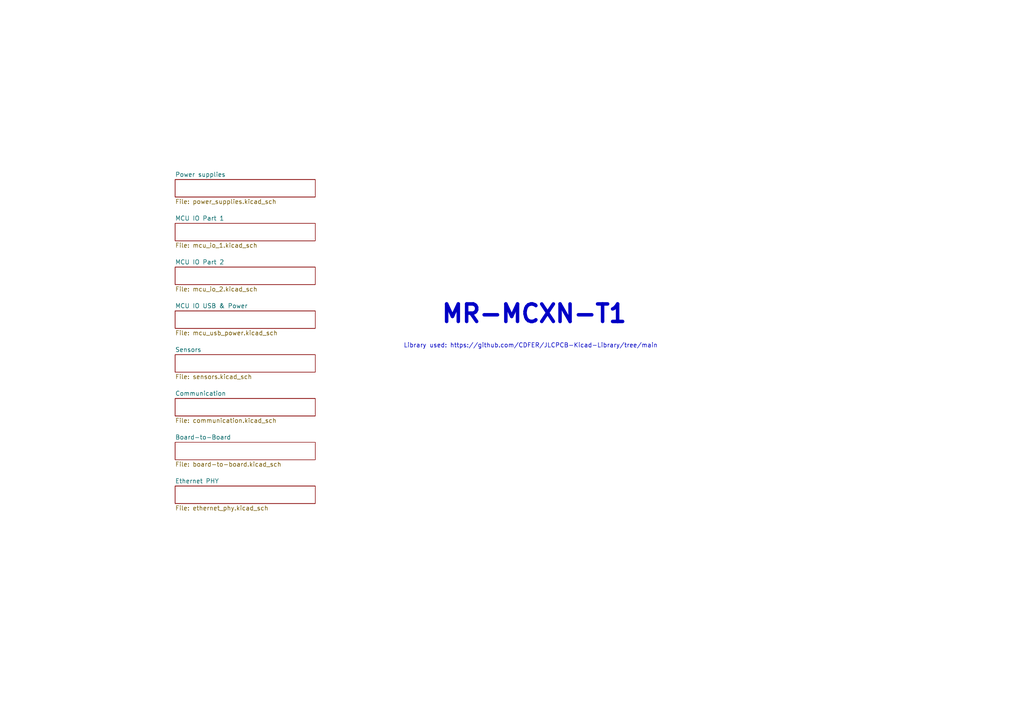
<source format=kicad_sch>
(kicad_sch
	(version 20231120)
	(generator "eeschema")
	(generator_version "8.0")
	(uuid "8b469ec1-e800-4d46-8a32-95d77ceae6db")
	(paper "A4")
	(title_block
		(title "MR-MCXN-T1")
		(date "2025-03-28")
		(rev "X0")
		(company "NXP SEMICONDUCTORS B.V.")
		(comment 3 "DESIGNER: YOURI TILS")
		(comment 4 "CTO SYSTEM INNOVATIONS / MOBILE ROBOTICS DOMAIN")
	)
	(lib_symbols)
	(text "MR-MCXN-T1"
		(exclude_from_sim no)
		(at 154.94 91.186 0)
		(effects
			(font
				(size 5.08 5.08)
				(thickness 1.016)
				(bold yes)
			)
		)
		(uuid "b0600df4-4b6d-40da-9113-b7d84967cecb")
	)
	(text "Library used: https://github.com/CDFER/JLCPCB-Kicad-Library/tree/main"
		(exclude_from_sim no)
		(at 153.924 100.33 0)
		(effects
			(font
				(size 1.27 1.27)
			)
		)
		(uuid "c7daae81-4b6d-4b02-8706-d9b961b70b9c")
	)
	(sheet
		(at 50.8 128.27)
		(size 40.64 5.08)
		(fields_autoplaced yes)
		(stroke
			(width 0.1524)
			(type solid)
		)
		(fill
			(color 0 0 0 0.0000)
		)
		(uuid "1eea4502-3ae6-49a1-b28d-d3586979946d")
		(property "Sheetname" "Board-to-Board"
			(at 50.8 127.5584 0)
			(effects
				(font
					(size 1.27 1.27)
				)
				(justify left bottom)
			)
		)
		(property "Sheetfile" "board-to-board.kicad_sch"
			(at 50.8 133.9346 0)
			(effects
				(font
					(size 1.27 1.27)
				)
				(justify left top)
			)
		)
		(instances
			(project "spinali_mcxn_t1_hub"
				(path "/8b469ec1-e800-4d46-8a32-95d77ceae6db"
					(page "8")
				)
			)
		)
	)
	(sheet
		(at 50.8 64.77)
		(size 40.64 5.08)
		(fields_autoplaced yes)
		(stroke
			(width 0.1524)
			(type solid)
		)
		(fill
			(color 0 0 0 0.0000)
		)
		(uuid "2f800241-08a7-49e7-97bc-35e3807b9c21")
		(property "Sheetname" "MCU IO Part 1"
			(at 50.8 64.0584 0)
			(effects
				(font
					(size 1.27 1.27)
				)
				(justify left bottom)
			)
		)
		(property "Sheetfile" "mcu_io_1.kicad_sch"
			(at 50.8 70.4346 0)
			(effects
				(font
					(size 1.27 1.27)
				)
				(justify left top)
			)
		)
		(instances
			(project "spinali_mcxn_t1_hub"
				(path "/8b469ec1-e800-4d46-8a32-95d77ceae6db"
					(page "3")
				)
			)
		)
	)
	(sheet
		(at 50.8 77.47)
		(size 40.64 5.08)
		(fields_autoplaced yes)
		(stroke
			(width 0.1524)
			(type solid)
		)
		(fill
			(color 0 0 0 0.0000)
		)
		(uuid "4619e5be-1f0d-457d-96e5-6e6d95033c83")
		(property "Sheetname" "MCU IO Part 2"
			(at 50.8 76.7584 0)
			(effects
				(font
					(size 1.27 1.27)
				)
				(justify left bottom)
			)
		)
		(property "Sheetfile" "mcu_io_2.kicad_sch"
			(at 50.8 83.1346 0)
			(effects
				(font
					(size 1.27 1.27)
				)
				(justify left top)
			)
		)
		(instances
			(project "spinali_mcxn_t1_hub"
				(path "/8b469ec1-e800-4d46-8a32-95d77ceae6db"
					(page "4")
				)
			)
		)
	)
	(sheet
		(at 50.8 140.97)
		(size 40.64 5.08)
		(fields_autoplaced yes)
		(stroke
			(width 0.1524)
			(type solid)
		)
		(fill
			(color 0 0 0 0.0000)
		)
		(uuid "a20b3bd6-c7b2-46ff-9591-ca80b372e5a4")
		(property "Sheetname" "Ethernet PHY"
			(at 50.8 140.2584 0)
			(effects
				(font
					(size 1.27 1.27)
				)
				(justify left bottom)
			)
		)
		(property "Sheetfile" "ethernet_phy.kicad_sch"
			(at 50.8 146.6346 0)
			(effects
				(font
					(size 1.27 1.27)
				)
				(justify left top)
			)
		)
		(instances
			(project "spinali_mcxn_t1_hub"
				(path "/8b469ec1-e800-4d46-8a32-95d77ceae6db"
					(page "9")
				)
			)
		)
	)
	(sheet
		(at 50.8 102.87)
		(size 40.64 5.08)
		(fields_autoplaced yes)
		(stroke
			(width 0.1524)
			(type solid)
		)
		(fill
			(color 0 0 0 0.0000)
		)
		(uuid "a28c0fd8-aeac-4bef-8f3f-cec5db09a131")
		(property "Sheetname" "Sensors"
			(at 50.8 102.1584 0)
			(effects
				(font
					(size 1.27 1.27)
				)
				(justify left bottom)
			)
		)
		(property "Sheetfile" "sensors.kicad_sch"
			(at 50.8 108.5346 0)
			(effects
				(font
					(size 1.27 1.27)
				)
				(justify left top)
			)
		)
		(instances
			(project "spinali_mcxn_t1_hub"
				(path "/8b469ec1-e800-4d46-8a32-95d77ceae6db"
					(page "6")
				)
			)
		)
	)
	(sheet
		(at 50.8 115.57)
		(size 40.64 5.08)
		(fields_autoplaced yes)
		(stroke
			(width 0.1524)
			(type solid)
		)
		(fill
			(color 0 0 0 0.0000)
		)
		(uuid "cac75b7c-b45e-47d5-be26-673a8f59f26a")
		(property "Sheetname" "Communication"
			(at 50.8 114.8584 0)
			(effects
				(font
					(size 1.27 1.27)
				)
				(justify left bottom)
			)
		)
		(property "Sheetfile" "communication.kicad_sch"
			(at 50.8 121.2346 0)
			(effects
				(font
					(size 1.27 1.27)
				)
				(justify left top)
			)
		)
		(instances
			(project "spinali_mcxn_t1_hub"
				(path "/8b469ec1-e800-4d46-8a32-95d77ceae6db"
					(page "7")
				)
			)
		)
	)
	(sheet
		(at 50.8 90.17)
		(size 40.64 5.08)
		(fields_autoplaced yes)
		(stroke
			(width 0.1524)
			(type solid)
		)
		(fill
			(color 0 0 0 0.0000)
		)
		(uuid "cb14c3cb-ad07-49c0-85e6-22786ebb10ed")
		(property "Sheetname" "MCU IO USB & Power"
			(at 50.8 89.4584 0)
			(effects
				(font
					(size 1.27 1.27)
				)
				(justify left bottom)
			)
		)
		(property "Sheetfile" "mcu_usb_power.kicad_sch"
			(at 50.8 95.8346 0)
			(effects
				(font
					(size 1.27 1.27)
				)
				(justify left top)
			)
		)
		(instances
			(project "spinali_mcxn_t1_hub"
				(path "/8b469ec1-e800-4d46-8a32-95d77ceae6db"
					(page "5")
				)
			)
		)
	)
	(sheet
		(at 50.8 52.07)
		(size 40.64 5.08)
		(fields_autoplaced yes)
		(stroke
			(width 0.1524)
			(type solid)
		)
		(fill
			(color 0 0 0 0.0000)
		)
		(uuid "cd546697-22c1-446e-bf49-97c1431cc780")
		(property "Sheetname" "Power supplies"
			(at 50.8 51.3584 0)
			(effects
				(font
					(size 1.27 1.27)
				)
				(justify left bottom)
			)
		)
		(property "Sheetfile" "power_supplies.kicad_sch"
			(at 50.8 57.7346 0)
			(effects
				(font
					(size 1.27 1.27)
				)
				(justify left top)
			)
		)
		(instances
			(project "spinali_mcxn_t1_hub"
				(path "/8b469ec1-e800-4d46-8a32-95d77ceae6db"
					(page "2")
				)
			)
		)
	)
	(sheet_instances
		(path "/"
			(page "1")
		)
	)
)

</source>
